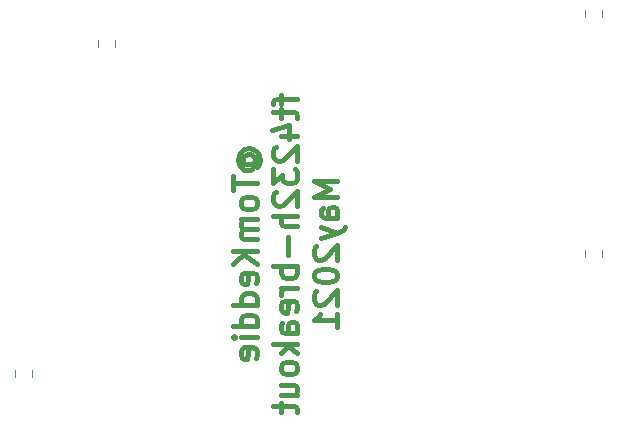
<source format=gbr>
G04 #@! TF.GenerationSoftware,KiCad,Pcbnew,5.1.7-a382d34a8~88~ubuntu20.04.1*
G04 #@! TF.CreationDate,2021-05-29T17:08:15-07:00*
G04 #@! TF.ProjectId,ft4232h-breakout,66743432-3332-4682-9d62-7265616b6f75,May2021*
G04 #@! TF.SameCoordinates,Original*
G04 #@! TF.FileFunction,Legend,Bot*
G04 #@! TF.FilePolarity,Positive*
%FSLAX46Y46*%
G04 Gerber Fmt 4.6, Leading zero omitted, Abs format (unit mm)*
G04 Created by KiCad (PCBNEW 5.1.7-a382d34a8~88~ubuntu20.04.1) date 2021-05-29 17:08:15*
%MOMM*%
%LPD*%
G01*
G04 APERTURE LIST*
%ADD10C,0.400000*%
%ADD11C,0.120000*%
G04 APERTURE END LIST*
D10*
X94977380Y-99108571D02*
X94882142Y-99013333D01*
X94786904Y-98822857D01*
X94786904Y-98632380D01*
X94882142Y-98441904D01*
X94977380Y-98346666D01*
X95167857Y-98251428D01*
X95358333Y-98251428D01*
X95548809Y-98346666D01*
X95644047Y-98441904D01*
X95739285Y-98632380D01*
X95739285Y-98822857D01*
X95644047Y-99013333D01*
X95548809Y-99108571D01*
X94786904Y-99108571D02*
X95548809Y-99108571D01*
X95644047Y-99203809D01*
X95644047Y-99299047D01*
X95548809Y-99489523D01*
X95358333Y-99584761D01*
X94882142Y-99584761D01*
X94596428Y-99394285D01*
X94405952Y-99108571D01*
X94310714Y-98727619D01*
X94405952Y-98346666D01*
X94596428Y-98060952D01*
X94882142Y-97870476D01*
X95263095Y-97775238D01*
X95644047Y-97870476D01*
X95929761Y-98060952D01*
X96120238Y-98346666D01*
X96215476Y-98727619D01*
X96120238Y-99108571D01*
X95929761Y-99394285D01*
X93929761Y-100156190D02*
X93929761Y-101299047D01*
X95929761Y-100727619D02*
X93929761Y-100727619D01*
X95929761Y-102251428D02*
X95834523Y-102060952D01*
X95739285Y-101965714D01*
X95548809Y-101870476D01*
X94977380Y-101870476D01*
X94786904Y-101965714D01*
X94691666Y-102060952D01*
X94596428Y-102251428D01*
X94596428Y-102537142D01*
X94691666Y-102727619D01*
X94786904Y-102822857D01*
X94977380Y-102918095D01*
X95548809Y-102918095D01*
X95739285Y-102822857D01*
X95834523Y-102727619D01*
X95929761Y-102537142D01*
X95929761Y-102251428D01*
X95929761Y-103775238D02*
X94596428Y-103775238D01*
X94786904Y-103775238D02*
X94691666Y-103870476D01*
X94596428Y-104060952D01*
X94596428Y-104346666D01*
X94691666Y-104537142D01*
X94882142Y-104632380D01*
X95929761Y-104632380D01*
X94882142Y-104632380D02*
X94691666Y-104727619D01*
X94596428Y-104918095D01*
X94596428Y-105203809D01*
X94691666Y-105394285D01*
X94882142Y-105489523D01*
X95929761Y-105489523D01*
X95929761Y-106441904D02*
X93929761Y-106441904D01*
X95929761Y-107584761D02*
X94786904Y-106727619D01*
X93929761Y-107584761D02*
X95072619Y-106441904D01*
X95834523Y-109203809D02*
X95929761Y-109013333D01*
X95929761Y-108632380D01*
X95834523Y-108441904D01*
X95644047Y-108346666D01*
X94882142Y-108346666D01*
X94691666Y-108441904D01*
X94596428Y-108632380D01*
X94596428Y-109013333D01*
X94691666Y-109203809D01*
X94882142Y-109299047D01*
X95072619Y-109299047D01*
X95263095Y-108346666D01*
X95929761Y-111013333D02*
X93929761Y-111013333D01*
X95834523Y-111013333D02*
X95929761Y-110822857D01*
X95929761Y-110441904D01*
X95834523Y-110251428D01*
X95739285Y-110156190D01*
X95548809Y-110060952D01*
X94977380Y-110060952D01*
X94786904Y-110156190D01*
X94691666Y-110251428D01*
X94596428Y-110441904D01*
X94596428Y-110822857D01*
X94691666Y-111013333D01*
X95929761Y-112822857D02*
X93929761Y-112822857D01*
X95834523Y-112822857D02*
X95929761Y-112632380D01*
X95929761Y-112251428D01*
X95834523Y-112060952D01*
X95739285Y-111965714D01*
X95548809Y-111870476D01*
X94977380Y-111870476D01*
X94786904Y-111965714D01*
X94691666Y-112060952D01*
X94596428Y-112251428D01*
X94596428Y-112632380D01*
X94691666Y-112822857D01*
X95929761Y-113775238D02*
X94596428Y-113775238D01*
X93929761Y-113775238D02*
X94025000Y-113680000D01*
X94120238Y-113775238D01*
X94025000Y-113870476D01*
X93929761Y-113775238D01*
X94120238Y-113775238D01*
X95834523Y-115489523D02*
X95929761Y-115299047D01*
X95929761Y-114918095D01*
X95834523Y-114727619D01*
X95644047Y-114632380D01*
X94882142Y-114632380D01*
X94691666Y-114727619D01*
X94596428Y-114918095D01*
X94596428Y-115299047D01*
X94691666Y-115489523D01*
X94882142Y-115584761D01*
X95072619Y-115584761D01*
X95263095Y-114632380D01*
X97996428Y-93299047D02*
X97996428Y-94060952D01*
X99329761Y-93584761D02*
X97615476Y-93584761D01*
X97425000Y-93680000D01*
X97329761Y-93870476D01*
X97329761Y-94060952D01*
X97996428Y-94441904D02*
X97996428Y-95203809D01*
X97329761Y-94727619D02*
X99044047Y-94727619D01*
X99234523Y-94822857D01*
X99329761Y-95013333D01*
X99329761Y-95203809D01*
X97996428Y-96727619D02*
X99329761Y-96727619D01*
X97234523Y-96251428D02*
X98663095Y-95775238D01*
X98663095Y-97013333D01*
X97520238Y-97679999D02*
X97425000Y-97775238D01*
X97329761Y-97965714D01*
X97329761Y-98441904D01*
X97425000Y-98632380D01*
X97520238Y-98727619D01*
X97710714Y-98822857D01*
X97901190Y-98822857D01*
X98186904Y-98727619D01*
X99329761Y-97584761D01*
X99329761Y-98822857D01*
X97329761Y-99489523D02*
X97329761Y-100727619D01*
X98091666Y-100060952D01*
X98091666Y-100346666D01*
X98186904Y-100537142D01*
X98282142Y-100632380D01*
X98472619Y-100727619D01*
X98948809Y-100727619D01*
X99139285Y-100632380D01*
X99234523Y-100537142D01*
X99329761Y-100346666D01*
X99329761Y-99775238D01*
X99234523Y-99584761D01*
X99139285Y-99489523D01*
X97520238Y-101489523D02*
X97425000Y-101584761D01*
X97329761Y-101775238D01*
X97329761Y-102251428D01*
X97425000Y-102441904D01*
X97520238Y-102537142D01*
X97710714Y-102632380D01*
X97901190Y-102632380D01*
X98186904Y-102537142D01*
X99329761Y-101394285D01*
X99329761Y-102632380D01*
X99329761Y-103489523D02*
X97329761Y-103489523D01*
X99329761Y-104346666D02*
X98282142Y-104346666D01*
X98091666Y-104251428D01*
X97996428Y-104060952D01*
X97996428Y-103775238D01*
X98091666Y-103584761D01*
X98186904Y-103489523D01*
X98567857Y-105299047D02*
X98567857Y-106822857D01*
X99329761Y-107775238D02*
X97329761Y-107775238D01*
X98091666Y-107775238D02*
X97996428Y-107965714D01*
X97996428Y-108346666D01*
X98091666Y-108537142D01*
X98186904Y-108632380D01*
X98377380Y-108727619D01*
X98948809Y-108727619D01*
X99139285Y-108632380D01*
X99234523Y-108537142D01*
X99329761Y-108346666D01*
X99329761Y-107965714D01*
X99234523Y-107775238D01*
X99329761Y-109584761D02*
X97996428Y-109584761D01*
X98377380Y-109584761D02*
X98186904Y-109679999D01*
X98091666Y-109775238D01*
X97996428Y-109965714D01*
X97996428Y-110156190D01*
X99234523Y-111584761D02*
X99329761Y-111394285D01*
X99329761Y-111013333D01*
X99234523Y-110822857D01*
X99044047Y-110727619D01*
X98282142Y-110727619D01*
X98091666Y-110822857D01*
X97996428Y-111013333D01*
X97996428Y-111394285D01*
X98091666Y-111584761D01*
X98282142Y-111679999D01*
X98472619Y-111679999D01*
X98663095Y-110727619D01*
X99329761Y-113394285D02*
X98282142Y-113394285D01*
X98091666Y-113299047D01*
X97996428Y-113108571D01*
X97996428Y-112727619D01*
X98091666Y-112537142D01*
X99234523Y-113394285D02*
X99329761Y-113203809D01*
X99329761Y-112727619D01*
X99234523Y-112537142D01*
X99044047Y-112441904D01*
X98853571Y-112441904D01*
X98663095Y-112537142D01*
X98567857Y-112727619D01*
X98567857Y-113203809D01*
X98472619Y-113394285D01*
X99329761Y-114346666D02*
X97329761Y-114346666D01*
X98567857Y-114537142D02*
X99329761Y-115108571D01*
X97996428Y-115108571D02*
X98758333Y-114346666D01*
X99329761Y-116251428D02*
X99234523Y-116060952D01*
X99139285Y-115965714D01*
X98948809Y-115870476D01*
X98377380Y-115870476D01*
X98186904Y-115965714D01*
X98091666Y-116060952D01*
X97996428Y-116251428D01*
X97996428Y-116537142D01*
X98091666Y-116727619D01*
X98186904Y-116822857D01*
X98377380Y-116918095D01*
X98948809Y-116918095D01*
X99139285Y-116822857D01*
X99234523Y-116727619D01*
X99329761Y-116537142D01*
X99329761Y-116251428D01*
X97996428Y-118632380D02*
X99329761Y-118632380D01*
X97996428Y-117775238D02*
X99044047Y-117775238D01*
X99234523Y-117870476D01*
X99329761Y-118060952D01*
X99329761Y-118346666D01*
X99234523Y-118537142D01*
X99139285Y-118632380D01*
X97996428Y-119299047D02*
X97996428Y-120060952D01*
X97329761Y-119584761D02*
X99044047Y-119584761D01*
X99234523Y-119679999D01*
X99329761Y-119870476D01*
X99329761Y-120060952D01*
X102729761Y-100537142D02*
X100729761Y-100537142D01*
X102158333Y-101203809D01*
X100729761Y-101870476D01*
X102729761Y-101870476D01*
X102729761Y-103680000D02*
X101682142Y-103680000D01*
X101491666Y-103584761D01*
X101396428Y-103394285D01*
X101396428Y-103013333D01*
X101491666Y-102822857D01*
X102634523Y-103680000D02*
X102729761Y-103489523D01*
X102729761Y-103013333D01*
X102634523Y-102822857D01*
X102444047Y-102727619D01*
X102253571Y-102727619D01*
X102063095Y-102822857D01*
X101967857Y-103013333D01*
X101967857Y-103489523D01*
X101872619Y-103680000D01*
X101396428Y-104441904D02*
X102729761Y-104918095D01*
X101396428Y-105394285D02*
X102729761Y-104918095D01*
X103205952Y-104727619D01*
X103301190Y-104632380D01*
X103396428Y-104441904D01*
X100920238Y-106060952D02*
X100825000Y-106156190D01*
X100729761Y-106346666D01*
X100729761Y-106822857D01*
X100825000Y-107013333D01*
X100920238Y-107108571D01*
X101110714Y-107203809D01*
X101301190Y-107203809D01*
X101586904Y-107108571D01*
X102729761Y-105965714D01*
X102729761Y-107203809D01*
X100729761Y-108441904D02*
X100729761Y-108632380D01*
X100825000Y-108822857D01*
X100920238Y-108918095D01*
X101110714Y-109013333D01*
X101491666Y-109108571D01*
X101967857Y-109108571D01*
X102348809Y-109013333D01*
X102539285Y-108918095D01*
X102634523Y-108822857D01*
X102729761Y-108632380D01*
X102729761Y-108441904D01*
X102634523Y-108251428D01*
X102539285Y-108156190D01*
X102348809Y-108060952D01*
X101967857Y-107965714D01*
X101491666Y-107965714D01*
X101110714Y-108060952D01*
X100920238Y-108156190D01*
X100825000Y-108251428D01*
X100729761Y-108441904D01*
X100920238Y-109870476D02*
X100825000Y-109965714D01*
X100729761Y-110156190D01*
X100729761Y-110632380D01*
X100825000Y-110822857D01*
X100920238Y-110918095D01*
X101110714Y-111013333D01*
X101301190Y-111013333D01*
X101586904Y-110918095D01*
X102729761Y-109775238D01*
X102729761Y-111013333D01*
X102729761Y-112918095D02*
X102729761Y-111775238D01*
X102729761Y-112346666D02*
X100729761Y-112346666D01*
X101015476Y-112156190D01*
X101205952Y-111965714D01*
X101301190Y-111775238D01*
D11*
G04 #@! TO.C,C6*
X123750000Y-86618578D02*
X123750000Y-86101422D01*
X125170000Y-86618578D02*
X125170000Y-86101422D01*
G04 #@! TO.C,C4*
X75490000Y-117098578D02*
X75490000Y-116581422D01*
X76910000Y-117098578D02*
X76910000Y-116581422D01*
G04 #@! TO.C,C3*
X123750000Y-106938578D02*
X123750000Y-106421422D01*
X125170000Y-106938578D02*
X125170000Y-106421422D01*
G04 #@! TO.C,C2*
X83895000Y-88641422D02*
X83895000Y-89158578D01*
X82475000Y-88641422D02*
X82475000Y-89158578D01*
G04 #@! TD*
M02*

</source>
